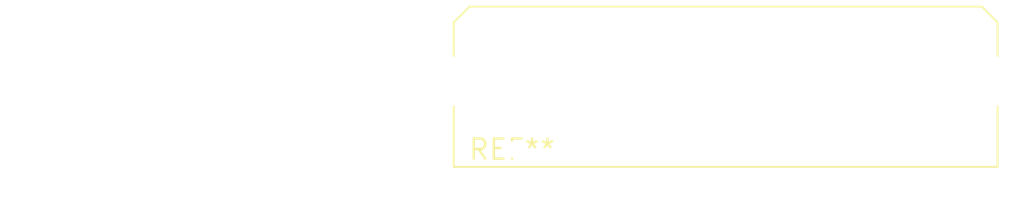
<source format=kicad_pcb>
(kicad_pcb (version 20240108) (generator pcbnew)
  (layers (0 "F.Cu" signal) (31 "B.Cu" signal) (34 "B.Paste" user) (35 "F.Paste" user) (36 "B.SilkS" user "B.Silkscreen") (37 "F.SilkS" user "F.Silkscreen") (38 "B.Mask" user) (39 "F.Mask" user) (44 "Edge.Cuts" user))
  (net 0 "")
  (footprint "Molex_Micro-Fit_3.0_43045-2021_2x10-1MP_P3.00mm_Horizontal" (layer "F.Cu") (at 0 0)
    (property "Reference" "REF**")
    (property "Value" "Molex_Micro-Fit_3.0_43045-2021_2x10-1MP_P3.00mm_Horizontal")
    (fp_line (start -3.685 -8.03) (end -2.685 -9.03) (layer "F.SilkS") (stroke (width 0.12)))
    (fp_line (start -3.685 -5.915) (end -3.685 -8.03) (layer "F.SilkS") (stroke (width 0.12)))
    (fp_line (start -3.685 -2.725) (end -3.685 1.1) (layer "F.SilkS") (stroke (width 0.12)))
    (fp_line (start -3.685 1.1) (end 30.685 1.1) (layer "F.SilkS") (stroke (width 0.12)))
    (fp_line (start -2.685 -9.03) (end 29.685 -9.03) (layer "F.SilkS") (stroke (width 0.12)))
    (fp_line (start 29.685 -9.03) (end 30.685 -8.03) (layer "F.SilkS") (stroke (width 0.12)))
    (fp_line (start 30.685 -8.03) (end 30.685 -5.915) (layer "F.SilkS") (stroke (width 0.12)))
    (fp_line (start 30.685 1.1) (end 30.685 -2.725) (layer "F.SilkS") (stroke (width 0.12)))
    (pad "1" thru_hole roundrect (at 0 0) (size 1.5 1.5) (drill 1.02) (layers *.Cu *.Mask) (remove_unused_layers) (roundrect_rratio 0.166667))
    (pad "2" thru_hole circle (at 3 0) (size 1.5 1.5) (drill 1.02) (layers *.Cu *.Mask) (remove_unused_layers))
    (pad "3" thru_hole circle (at 6 0) (size 1.5 1.5) (drill 1.02) (layers *.Cu *.Mask) (remove_unused_layers))
    (pad "4" thru_hole circle (at 9 0) (size 1.5 1.5) (drill 1.02) (layers *.Cu *.Mask) (remove_unused_layers))
    (pad "5" thru_hole circle (at 12 0) (size 1.5 1.5) (drill 1.02) (layers *.Cu *.Mask) (remove_unused_layers))
    (pad "6" thru_hole circle (at 15 0) (size 1.5 1.5) (drill 1.02) (layers *.Cu *.Mask) (remove_unused_layers))
    (pad "7" thru_hole circle (at 18 0) (size 1.5 1.5) (drill 1.02) (layers *.Cu *.Mask) (remove_unused_layers))
    (pad "8" thru_hole circle (at 21 0) (size 1.5 1.5) (drill 1.02) (layers *.Cu *.Mask) (remove_unused_layers))
    (pad "9" thru_hole circle (at 24 0) (size 1.5 1.5) (drill 1.02) (layers *.Cu *.Mask) (remove_unused_layers))
    (pad "10" thru_hole circle (at 27 0) (size 1.5 1.5) (drill 1.02) (layers *.Cu *.Mask) (remove_unused_layers))
    (pad "11" thru_hole circle (at 0 3) (size 1.5 1.5) (drill 1.02) (layers *.Cu *.Mask) (remove_unused_layers))
    (pad "12" thru_hole circle (at 3 3) (size 1.5 1.5) (drill 1.02) (layers *.Cu *.Mask) (remove_unused_layers))
    (pad "13" thru_hole circle (at 6 3) (size 1.5 1.5) (drill 1.02) (layers *.Cu *.Mask) (remove_unused_layers))
    (pad "14" thru_hole circle (at 9 3) (size 1.5 1.5) (drill 1.02) (layers *.Cu *.Mask) (remove_unused_layers))
    (pad "15" thru_hole circle (at 12 3) (size 1.5 1.5) (drill 1.02) (layers *.Cu *.Mask) (remove_unused_layers))
    (pad "16" thru_hole circle (at 15 3) (size 1.5 1.5) (drill 1.02) (layers *.Cu *.Mask) (remove_unused_layers))
    (pad "17" thru_hole circle (at 18 3) (size 1.5 1.5) (drill 1.02) (layers *.Cu *.Mask) (remove_unused_layers))
    (pad "18" thru_hole circle (at 21 3) (size 1.5 1.5) (drill 1.02) (layers *.Cu *.Mask) (remove_unused_layers))
    (pad "19" thru_hole circle (at 24 3) (size 1.5 1.5) (drill 1.02) (layers *.Cu *.Mask) (remove_unused_layers))
    (pad "20" thru_hole circle (at 27 3) (size 1.5 1.5) (drill 1.02) (layers *.Cu *.Mask) (remove_unused_layers))
    (pad "MP" thru_hole circle (at -2.15 -4.32) (size 3.41 3.41) (drill 2.41) (layers *.Cu *.Mask) (remove_unused_layers))
    (pad "MP" thru_hole circle (at 29.15 -4.32) (size 3.41 3.41) (drill 2.41) (layers *.Cu *.Mask) (remove_unused_layers))
  )
)
</source>
